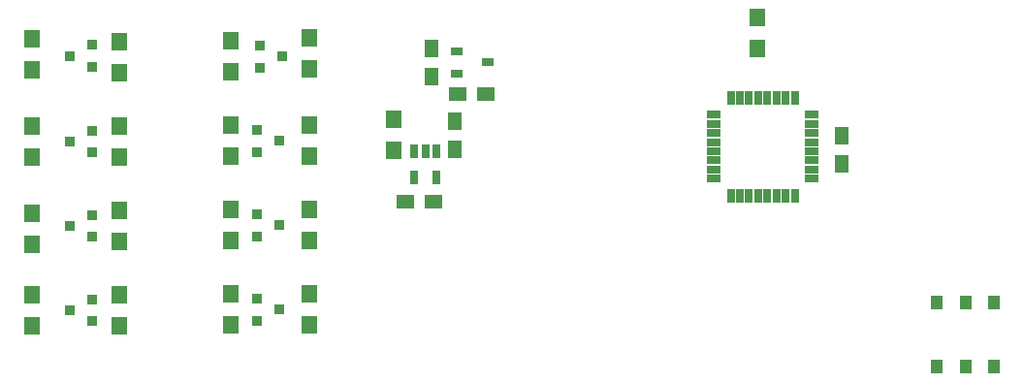
<source format=gtp>
G04 #@! TF.FileFunction,Paste,Top*
%FSLAX46Y46*%
G04 Gerber Fmt 4.6, Leading zero omitted, Abs format (unit mm)*
G04 Created by KiCad (PCBNEW 0.201508140901+6091~28~ubuntu14.04.1-product) date Tue 22 Sep 2015 11:40:43 PM CEST*
%MOMM*%
G01*
G04 APERTURE LIST*
%ADD10C,0.100000*%
%ADD11R,1.300800X1.550800*%
%ADD12R,1.550800X1.300800*%
%ADD13R,1.250800X0.650800*%
%ADD14R,0.650800X1.250800*%
%ADD15R,0.950800X0.850800*%
%ADD16R,1.350800X1.550800*%
%ADD17R,1.050800X1.200800*%
%ADD18R,1.050800X0.650800*%
G04 APERTURE END LIST*
D10*
D11*
X151638000Y-84602000D03*
X151638000Y-87102000D03*
X149606000Y-78252000D03*
X149606000Y-80752000D03*
D12*
X154412000Y-82296000D03*
X151912000Y-82296000D03*
X149840000Y-91694000D03*
X147340000Y-91694000D03*
D11*
X185420000Y-88372000D03*
X185420000Y-85872000D03*
D13*
X174312000Y-84068000D03*
X174312000Y-84868000D03*
X174312000Y-85668000D03*
X174312000Y-86468000D03*
X174312000Y-87268000D03*
X174312000Y-88068000D03*
X174312000Y-88868000D03*
X174312000Y-89668000D03*
D14*
X175762000Y-91118000D03*
X176562000Y-91118000D03*
X177362000Y-91118000D03*
X178162000Y-91118000D03*
X178962000Y-91118000D03*
X179762000Y-91118000D03*
X180562000Y-91118000D03*
X181362000Y-91118000D03*
D13*
X182812000Y-89668000D03*
X182812000Y-88868000D03*
X182812000Y-88068000D03*
X182812000Y-87268000D03*
X182812000Y-86468000D03*
X182812000Y-85668000D03*
X182812000Y-84868000D03*
X182812000Y-84068000D03*
D14*
X181362000Y-82618000D03*
X180562000Y-82618000D03*
X179762000Y-82618000D03*
X178962000Y-82618000D03*
X178162000Y-82618000D03*
X177362000Y-82618000D03*
X176562000Y-82618000D03*
X175762000Y-82618000D03*
D15*
X134381240Y-100142000D03*
X134381240Y-102042000D03*
X136380220Y-101092000D03*
X134381240Y-92776000D03*
X134381240Y-94676000D03*
X136380220Y-93726000D03*
X120014085Y-102102804D03*
X120014085Y-100202804D03*
X118015105Y-101152804D03*
X120014086Y-87370803D03*
X120014086Y-85470803D03*
X118015106Y-86420803D03*
X120014086Y-79877803D03*
X120014086Y-77977803D03*
X118015106Y-78927803D03*
X120014086Y-94736802D03*
X120014086Y-92836802D03*
X118015106Y-93786802D03*
X134381240Y-85410000D03*
X134381240Y-87310000D03*
X136380220Y-86360000D03*
X134635240Y-78044000D03*
X134635240Y-79944000D03*
X136634220Y-78994000D03*
D16*
X146304000Y-87202000D03*
X146304000Y-84502000D03*
X132080000Y-99742000D03*
X132080000Y-102442000D03*
X138938000Y-99742000D03*
X138938000Y-102442000D03*
X132080000Y-92376000D03*
X132080000Y-95076000D03*
X138938000Y-92376000D03*
X138938000Y-95076000D03*
X122383326Y-102531802D03*
X122383326Y-99831802D03*
X114763325Y-102531802D03*
X114763325Y-99831802D03*
X122383326Y-87799804D03*
X122383326Y-85099804D03*
X114763325Y-87799803D03*
X114763325Y-85099803D03*
X122383326Y-80433802D03*
X122383326Y-77733802D03*
X114763325Y-80179802D03*
X114763325Y-77479802D03*
X122383325Y-95165802D03*
X122383325Y-92465802D03*
X114763326Y-95419802D03*
X114763326Y-92719802D03*
X132080000Y-85010000D03*
X132080000Y-87710000D03*
X138938000Y-85010000D03*
X138938000Y-87710000D03*
X132080000Y-77644000D03*
X132080000Y-80344000D03*
X138938000Y-77390000D03*
X138938000Y-80090000D03*
X178054000Y-75612000D03*
X178054000Y-78312000D03*
D17*
X196265800Y-100451400D03*
X196265800Y-106101400D03*
X193765800Y-100451400D03*
X198765800Y-100451400D03*
X193765800Y-106101400D03*
X198765800Y-106101400D03*
D18*
X151812000Y-78552000D03*
X151812000Y-80452000D03*
X154512000Y-79502000D03*
D14*
X150048000Y-87242000D03*
X149098000Y-87242000D03*
X148148000Y-87242000D03*
X148148000Y-89542000D03*
X150048000Y-89542000D03*
M02*

</source>
